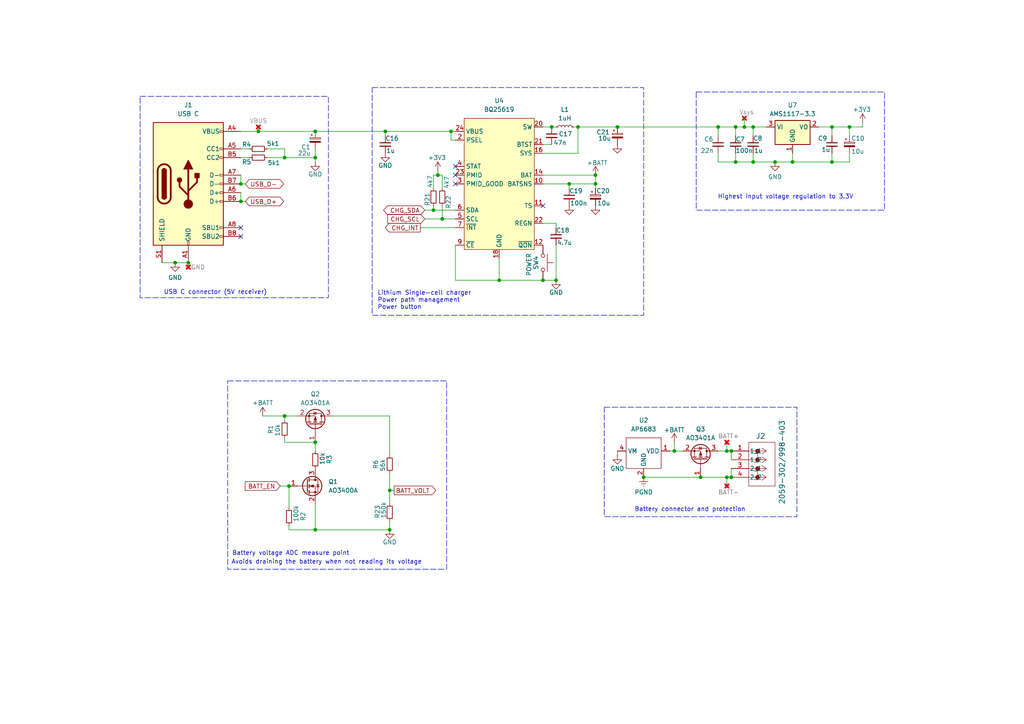
<source format=kicad_sch>
(kicad_sch (version 20250114) (generator "eeschema") (generator_version "9.0")
  (paper "A4")
  (title_block (title "Leany - Power management") (date "2026-02-19") (rev "0.4") (comment 1 "CERN Open Hardware Licence Version 2 - Permissive") (comment 2 "Copyright (c) 2026 Gilles Henrard"))
  (lib_symbols
    (symbol "Connector:TestPoint_Small" (pin_numbers (hide yes)) (pin_names (offset 0.762) (hide yes))
      (property "Reference" "TP" (at 0 3.81 0))
      (property "Value" "TestPoint_Small" (at 0 2.032 0))
      (symbol "TestPoint_Small_0_1"
        (circle (center 0 0) (radius 0.508))
      )
      (symbol "TestPoint_Small_1_1"
        (pin passive line (at 0 0 90) (length 0) (name "1") (number "1"))
      )
    )
    (symbol "Device:C_Polarized_Small" (pin_numbers (hide yes)) (pin_names (offset 0.254) (hide yes))
      (property "Reference" "C" (at 0.254 1.778 0))
      (property "Value" "C_Polarized_Small" (at 0.254 -2.032 0))
      (symbol "C_Polarized_Small_0_1"
        (rectangle (start -1.524 0.6858) (end 1.524 0.3048))
        (rectangle (start -1.524 -0.3048) (end 1.524 -0.6858) (fill (type outline)))
        (polyline (pts (xy -1.27 1.524) (xy -0.762 1.524)))
        (polyline (pts (xy -1.016 1.27) (xy -1.016 1.778)))
      )
      (symbol "C_Polarized_Small_1_1"
        (pin passive line (at 0 2.54 270) (length 1.8542) (name "~") (number "1"))
        (pin passive line (at 0 -2.54 90) (length 1.8542) (name "~") (number "2"))
      )
    )
    (symbol "Device:C_Small" (pin_numbers (hide yes)) (pin_names (offset 0.254) (hide yes))
      (property "Reference" "C" (at 0.254 1.778 0))
      (property "Value" "C_Small" (at 0.254 -2.032 0))
      (symbol "C_Small_0_1"
        (polyline (pts (xy -1.524 0.508) (xy 1.524 0.508)) (stroke (width 0.3048)))
        (polyline (pts (xy -1.524 -0.508) (xy 1.524 -0.508)) (stroke (width 0.3302)))
      )
      (symbol "C_Small_1_1"
        (pin passive line (at 0 2.54 270) (length 2.032) (name "~") (number "1"))
        (pin passive line (at 0 -2.54 90) (length 2.032) (name "~") (number "2"))
      )
    )
    (symbol "Device:L_Small" (pin_numbers (hide yes)) (pin_names (offset 0.254) (hide yes))
      (property "Reference" "L" (at 0.762 1.016 0))
      (property "Value" "L_Small" (at 0.762 -1.016 0))
      (symbol "L_Small_0_1"
        (arc (start 0 2.032) (mid 0.5058 1.524) (end 0 1.016))
        (arc (start 0 1.016) (mid 0.5058 0.508) (end 0 0))
        (arc (start 0 0) (mid 0.5058 -0.508) (end 0 -1.016))
        (arc (start 0 -1.016) (mid 0.5058 -1.524) (end 0 -2.032))
      )
      (symbol "L_Small_1_1"
        (pin passive line (at 0 2.54 270) (length 0.508) (name "~") (number "1"))
        (pin passive line (at 0 -2.54 90) (length 0.508) (name "~") (number "2"))
      )
    )
    (symbol "Device:R_Small" (pin_numbers (hide yes)) (pin_names (offset 0.254) (hide yes))
      (property "Reference" "R" (at 0 0 90))
      (property "Value" "R_Small" (at 1.778 0 90))
      (symbol "R_Small_0_1"
        (rectangle (start -0.762 1.778) (end 0.762 -1.778) (stroke (width 0.2032)))
      )
      (symbol "R_Small_1_1"
        (pin passive line (at 0 2.54 270) (length 0.762) (name "~") (number "1"))
        (pin passive line (at 0 -2.54 90) (length 0.762) (name "~") (number "2"))
      )
    )
    (symbol "Regulator_Linear:AMS1117-3.3"
      (property "Reference" "U" (at -3.81 3.175 0))
      (property "Value" "AMS1117-3.3" (at 0 3.175 0))
      (symbol "AMS1117-3.3_0_1"
        (rectangle (start -5.08 -5.08) (end 5.08 1.905) (stroke (width 0.254)) (fill (type background)))
      )
      (symbol "AMS1117-3.3_1_1"
        (pin power_in line (at -7.62 0 0) (length 2.54) (name "VI") (number "3"))
        (pin power_in line (at 0 -7.62 90) (length 2.54) (name "GND") (number "1"))
        (pin power_out line (at 7.62 0 180) (length 2.54) (name "VO") (number "2"))
      )
    )
    (symbol "Switch:SW_Push" (pin_numbers (hide yes)) (pin_names (offset 1.016) (hide yes))
      (property "Reference" "SW" (at 1.27 2.54 0))
      (property "Value" "SW_Push" (at 0 -1.524 0))
      (symbol "SW_Push_0_1"
        (circle (center -2.032 0) (radius 0.508))
        (polyline (pts (xy 0 1.27) (xy 0 3.048)))
        (circle (center 2.032 0) (radius 0.508))
        (polyline (pts (xy 2.54 1.27) (xy -2.54 1.27)))
        (pin passive line (at -5.08 0 0) (length 2.54) (name "1") (number "1"))
        (pin passive line (at 5.08 0 180) (length 2.54) (name "2") (number "2"))
      )
    )
    (symbol "Transistor_FET:AO3400A" (pin_names (offset 0) (hide yes))
      (property "Reference" "Q" (at 5.08 1.905 0))
      (property "Value" "AO3400A" (at 5.08 0 0))
      (symbol "AO3400A_0_1"
        (polyline (pts (xy 0.254 1.905) (xy 0.254 -1.905)) (stroke (width 0.254)))
        (polyline (pts (xy 0.254 0) (xy -2.54 0)))
        (polyline (pts (xy 0.762 2.286) (xy 0.762 1.27)) (stroke (width 0.254)))
        (polyline (pts (xy 0.762 0.508) (xy 0.762 -0.508)) (stroke (width 0.254)))
        (polyline (pts (xy 0.762 -1.27) (xy 0.762 -2.286)) (stroke (width 0.254)))
        (polyline (pts (xy 0.762 -1.778) (xy 3.302 -1.778) (xy 3.302 1.778) (xy 0.762 1.778)))
        (polyline (pts (xy 1.016 0) (xy 2.032 0.381) (xy 2.032 -0.381) (xy 1.016 0)) (fill (type outline)))
        (circle (center 1.651 0) (radius 2.794) (stroke (width 0.254)))
        (polyline (pts (xy 2.54 2.54) (xy 2.54 1.778)))
        (circle (center 2.54 1.778) (radius 0.254) (fill (type outline)))
        (circle (center 2.54 -1.778) (radius 0.254) (fill (type outline)))
        (polyline (pts (xy 2.54 -2.54) (xy 2.54 0) (xy 0.762 0)))
        (polyline (pts (xy 2.921 0.381) (xy 3.683 0.381)))
        (polyline (pts (xy 3.302 0.381) (xy 2.921 -0.254) (xy 3.683 -0.254) (xy 3.302 0.381)))
      )
      (symbol "AO3400A_1_1"
        (pin input line (at -5.08 0 0) (length 2.54) (name "G") (number "1"))
        (pin passive line (at 2.54 5.08 270) (length 2.54) (name "D") (number "3"))
        (pin passive line (at 2.54 -5.08 90) (length 2.54) (name "S") (number "2"))
      )
    )
    (symbol "Transistor_FET:AO3401A" (pin_names (hide yes))
      (property "Reference" "Q" (at 5.08 1.905 0))
      (property "Value" "AO3401A" (at 5.08 0 0))
      (symbol "AO3401A_0_1"
        (polyline (pts (xy 0.254 1.905) (xy 0.254 -1.905)) (stroke (width 0.254)))
        (polyline (pts (xy 0.254 0) (xy -2.54 0)))
        (polyline (pts (xy 0.762 2.286) (xy 0.762 1.27)) (stroke (width 0.254)))
        (polyline (pts (xy 0.762 1.778) (xy 3.302 1.778) (xy 3.302 -1.778) (xy 0.762 -1.778)))
        (polyline (pts (xy 0.762 0.508) (xy 0.762 -0.508)) (stroke (width 0.254)))
        (polyline (pts (xy 0.762 -1.27) (xy 0.762 -2.286)) (stroke (width 0.254)))
        (circle (center 1.651 0) (radius 2.794) (stroke (width 0.254)))
        (polyline (pts (xy 2.286 0) (xy 1.27 0.381) (xy 1.27 -0.381) (xy 2.286 0)) (fill (type outline)))
        (polyline (pts (xy 2.54 2.54) (xy 2.54 1.778)))
        (circle (center 2.54 1.778) (radius 0.254) (fill (type outline)))
        (circle (center 2.54 -1.778) (radius 0.254) (fill (type outline)))
        (polyline (pts (xy 2.54 -2.54) (xy 2.54 0) (xy 0.762 0)))
        (polyline (pts (xy 2.794 -0.508) (xy 2.921 -0.381) (xy 3.683 -0.381) (xy 3.81 -0.254)))
        (polyline (pts (xy 3.302 -0.381) (xy 2.921 0.254) (xy 3.683 0.254) (xy 3.302 -0.381)))
      )
      (symbol "AO3401A_1_1"
        (pin input line (at -5.08 0 0) (length 2.54) (name "G") (number "1"))
        (pin passive line (at 2.54 5.08 270) (length 2.54) (name "D") (number "3"))
        (pin passive line (at 2.54 -5.08 90) (length 2.54) (name "S") (number "2"))
      )
    )
    (symbol "leany-symbols:AP6683"
      (property "Reference" "U" (at 0 0 0))
      (property "Value" "AP6683" (at 0 0 0))
      (symbol "AP6683_0_1"
        (rectangle (start -5.08 3.81) (end 5.08 -5.08))
      )
      (symbol "AP6683_1_0"
        (pin passive line (at -7.62 0 0) (length 2.54) (hide yes) (name "PAD") (number "5"))
      )
      (symbol "AP6683_1_1"
        (pin power_out line (at -7.62 0 0) (length 2.54) (name "VM") (number "4"))
        (pin power_out line (at 0 -7.62 90) (length 2.54) (name "GND") (number "2"))
        (pin power_out line (at 0 -7.62 90) (length 2.54) (hide yes) (name "GND") (number "3"))
        (pin power_in line (at 7.62 0 180) (length 2.54) (name "VDD") (number "1"))
      )
    )
    (symbol "leany-symbols:BQ25619"
      (property "Reference" "U" (at 0 23.622 0))
      (property "Value" "BQ25619" (at 0 21.082 0))
      (symbol "BQ25619_1_1"
        (rectangle (start -10.16 19.05) (end 10.16 -19.05) (fill (type background)))
        (pin input line (at -12.7 15.24 0) (length 2.54) (hide yes) (name "VAC") (number "1"))
        (pin power_in line (at -12.7 15.24 0) (length 2.54) (name "VBUS") (number "24"))
        (pin input line (at -12.7 12.7 0) (length 2.54) (name "PSEL") (number "2"))
        (pin open_collector line (at -12.7 5.08 0) (length 2.54) (name "STAT") (number "4"))
        (pin output line (at -12.7 2.54 0) (length 2.54) (name "PMID") (number "23"))
        (pin open_collector line (at -12.7 0 0) (length 2.54) (name "PMID_GOOD") (number "3"))
        (pin bidirectional line (at -12.7 -7.62 0) (length 2.54) (name "SDA") (number "6"))
        (pin input line (at -12.7 -10.16 0) (length 2.54) (name "SCL") (number "5"))
        (pin open_collector line (at -12.7 -12.7 0) (length 2.54) (name "~{INT}") (number "7"))
        (pin input line (at -12.7 -17.78 0) (length 2.54) (name "~{CE}") (number "9"))
        (pin power_in line (at 0 -21.59 90) (length 2.54) (hide yes) (name "GND") (number "17"))
        (pin power_in line (at 0 -21.59 90) (length 2.54) (name "GND") (number "18"))
        (pin power_in line (at 0 -21.59 90) (length 2.54) (hide yes) (name "GND") (number "25"))
        (pin no_connect line (at 2.54 -21.59 90) (length 2.54) (hide yes) (name "NC") (number "8"))
        (pin power_out line (at 12.7 16.51 180) (length 2.54) (hide yes) (name "SW") (number "19"))
        (pin power_out line (at 12.7 16.51 180) (length 2.54) (name "SW") (number "20"))
        (pin power_out line (at 12.7 11.43 180) (length 2.54) (name "BTST") (number "21"))
        (pin power_out line (at 12.7 8.89 180) (length 2.54) (hide yes) (name "SYS") (number "15"))
        (pin passive line (at 12.7 8.89 180) (length 2.54) (name "SYS") (number "16"))
        (pin power_out line (at 12.7 2.54 180) (length 2.54) (hide yes) (name "BAT") (number "13"))
        (pin power_out line (at 12.7 2.54 180) (length 2.54) (name "BAT") (number "14"))
        (pin power_in line (at 12.7 0 180) (length 2.54) (name "BATSNS") (number "10"))
        (pin input line (at 12.7 -6.35 180) (length 2.54) (name "TS") (number "11"))
        (pin power_out line (at 12.7 -11.43 180) (length 2.54) (name "REGN") (number "22"))
        (pin input line (at 12.7 -17.78 180) (length 2.54) (name "~{QON}") (number "12"))
      )
    )
    (symbol "leany-symbols:USB_C_Receptacle_USB2.0_16P" (pin_names (offset 1.016))
      (property "Reference" "J3" (at 0 22.86 0))
      (property "Value" "USB C" (at 0 20.32 0))
      (symbol "USB_C_Receptacle_USB2.0_16P_0_0"
        (rectangle (start -0.254 -17.78) (end 0.254 -16.764))
        (rectangle (start 10.16 15.494) (end 9.144 14.986))
        (rectangle (start 10.16 10.414) (end 9.144 9.906))
        (rectangle (start 10.16 7.874) (end 9.144 7.366))
        (rectangle (start 10.16 2.794) (end 9.144 2.286))
        (rectangle (start 10.16 0.254) (end 9.144 -0.254))
        (rectangle (start 10.16 -2.286) (end 9.144 -2.794))
        (rectangle (start 10.16 -4.826) (end 9.144 -5.334))
        (rectangle (start 10.16 -12.446) (end 9.144 -12.954))
        (rectangle (start 10.16 -14.986) (end 9.144 -15.494))
      )
      (symbol "USB_C_Receptacle_USB2.0_16P_0_1"
        (rectangle (start -10.16 17.78) (end 10.16 -17.78) (stroke (width 0.254)) (fill (type background)))
        (polyline (pts (xy -8.89 -3.81) (xy -8.89 3.81)) (stroke (width 0.508)))
        (rectangle (start -7.62 -3.81) (end -6.35 3.81) (stroke (width 0.254)) (fill (type outline)))
        (arc (start -7.62 3.81) (mid -6.985 4.4423) (end -6.35 3.81) (stroke (width 0.254)))
        (arc (start -7.62 3.81) (mid -6.985 4.4423) (end -6.35 3.81) (stroke (width 0.254)) (fill (type outline)))
        (arc (start -8.89 3.81) (mid -6.985 5.7067) (end -5.08 3.81) (stroke (width 0.508)))
        (arc (start -5.08 -3.81) (mid -6.985 -5.7067) (end -8.89 -3.81) (stroke (width 0.508)))
        (arc (start -6.35 -3.81) (mid -6.985 -4.4423) (end -7.62 -3.81) (stroke (width 0.254)))
        (arc (start -6.35 -3.81) (mid -6.985 -4.4423) (end -7.62 -3.81) (stroke (width 0.254)) (fill (type outline)))
        (polyline (pts (xy -5.08 3.81) (xy -5.08 -3.81)) (stroke (width 0.508)))
        (circle (center -2.54 1.143) (radius 0.635) (stroke (width 0.254)) (fill (type outline)))
        (polyline (pts (xy -1.27 4.318) (xy 0 6.858) (xy 1.27 4.318) (xy -1.27 4.318)) (stroke (width 0.254)) (fill (type outline)))
        (polyline (pts (xy 0 -2.032) (xy 2.54 0.508) (xy 2.54 1.778)) (stroke (width 0.508)))
        (polyline (pts (xy 0 -3.302) (xy -2.54 -0.762) (xy -2.54 0.508)) (stroke (width 0.508)))
        (polyline (pts (xy 0 -5.842) (xy 0 4.318)) (stroke (width 0.508)))
        (circle (center 0 -5.842) (radius 1.27) (fill (type outline)))
        (rectangle (start 1.905 1.778) (end 3.175 3.048) (stroke (width 0.254)) (fill (type outline)))
      )
      (symbol "USB_C_Receptacle_USB2.0_16P_1_1"
        (pin passive line (at -7.62 -22.86 90) (length 5.08) (name "SHIELD") (number "S1"))
        (pin passive line (at 0 -22.86 90) (length 5.08) (name "GND") (number "A1"))
        (pin passive line (at 0 -22.86 90) (length 5.08) (hide yes) (name "GND") (number "A12"))
        (pin passive line (at 0 -22.86 90) (length 5.08) (hide yes) (name "GND") (number "B1"))
        (pin passive line (at 0 -22.86 90) (length 5.08) (hide yes) (name "GND") (number "B12"))
        (pin power_out line (at 15.24 15.24 180) (length 5.08) (name "VBUS") (number "A4"))
        (pin passive line (at 15.24 15.24 180) (length 5.08) (hide yes) (name "VBUS") (number "A9"))
        (pin passive line (at 15.24 15.24 180) (length 5.08) (hide yes) (name "VBUS") (number "B4"))
        (pin passive line (at 15.24 15.24 180) (length 5.08) (hide yes) (name "VBUS") (number "B9"))
        (pin bidirectional line (at 15.24 10.16 180) (length 5.08) (name "CC1") (number "A5"))
        (pin bidirectional line (at 15.24 7.62 180) (length 5.08) (name "CC2") (number "B5"))
        (pin bidirectional line (at 15.24 2.54 180) (length 5.08) (name "D-") (number "A7"))
        (pin bidirectional line (at 15.24 0 180) (length 5.08) (name "D-") (number "B7"))
        (pin bidirectional line (at 15.24 -2.54 180) (length 5.08) (name "D+") (number "A6"))
        (pin bidirectional line (at 15.24 -5.08 180) (length 5.08) (name "D+") (number "B6"))
        (pin bidirectional line (at 15.24 -12.7 180) (length 5.08) (name "SBU1") (number "A8"))
        (pin bidirectional line (at 15.24 -15.24 180) (length 5.08) (name "SBU2") (number "B8"))
      )
    )
    (symbol "leany-symbols:wago_2059-302_998-403" (pin_names (offset 0.254))
      (property "Reference" "J" (at 8.89 6.35 0))
      (property "Value" "2059-302/998-403" (at 0 0 0))
      (symbol "wago_2059-302_998-403_1_1"
        (polyline (pts (xy 5.08 2.54) (xy 5.08 -10.16)) (stroke (width 0.127)))
        (polyline (pts (xy 5.08 -10.16) (xy 12.7 -10.16)) (stroke (width 0.127)))
        (polyline (pts (xy 7.62 0) (xy 7.62 -2.54)) (stroke (width 0.127)))
        (circle (center 7.62 0) (radius 0.127) (stroke (width 0.508)))
        (circle (center 7.62 -2.54) (radius 0.127) (stroke (width 0.508)))
        (polyline (pts (xy 7.62 -5.08) (xy 7.62 -7.62)) (stroke (width 0.127)))
        (circle (center 7.62 -5.08) (radius 0.127) (stroke (width 0.508)))
        (circle (center 7.62 -7.62) (radius 0.127) (stroke (width 0.508)))
        (polyline (pts (xy 10.16 0) (xy 5.08 0)) (stroke (width 0.127)))
        (polyline (pts (xy 10.16 0) (xy 8.89 0.8467)) (stroke (width 0.127)))
        (polyline (pts (xy 10.16 0) (xy 8.89 -0.8467)) (stroke (width 0.127)))
        (polyline (pts (xy 10.16 -2.54) (xy 5.08 -2.54)) (stroke (width 0.127)))
        (polyline (pts (xy 10.16 -2.54) (xy 8.89 -1.6933)) (stroke (width 0.127)))
        (polyline (pts (xy 10.16 -2.54) (xy 8.89 -3.3867)) (stroke (width 0.127)))
        (polyline (pts (xy 10.16 -5.08) (xy 5.08 -5.08)) (stroke (width 0.127)))
        (polyline (pts (xy 10.16 -5.08) (xy 8.89 -4.2333)) (stroke (width 0.127)))
        (polyline (pts (xy 10.16 -5.08) (xy 8.89 -5.9267)) (stroke (width 0.127)))
        (polyline (pts (xy 10.16 -7.62) (xy 5.08 -7.62)) (stroke (width 0.127)))
        (polyline (pts (xy 10.16 -7.62) (xy 8.89 -6.7733)) (stroke (width 0.127)))
        (polyline (pts (xy 10.16 -7.62) (xy 8.89 -8.4667)) (stroke (width 0.127)))
        (polyline (pts (xy 12.7 2.54) (xy 5.08 2.54)) (stroke (width 0.127)))
        (polyline (pts (xy 12.7 -10.16) (xy 12.7 2.54)) (stroke (width 0.127)))
        (pin passive line (at 0 0 0) (length 5.08) (name "1_1") (number "1"))
        (pin passive line (at 0 -2.54 0) (length 5.08) (name "1_2") (number "2"))
        (pin passive line (at 0 -5.08 0) (length 5.08) (name "2_1") (number "3"))
        (pin passive line (at 0 -7.62 0) (length 5.08) (name "2_2") (number "4"))
      )
      (symbol "wago_2059-302_998-403_1_2"
        (polyline (pts (xy 5.08 2.54) (xy 5.08 -10.16)) (stroke (width 0.127)))
        (polyline (pts (xy 5.08 -10.16) (xy 12.7 -10.16)) (stroke (width 0.127)))
        (polyline (pts (xy 7.62 0) (xy 7.62 -2.54)) (stroke (width 0.127)))
        (circle (center 7.62 0) (radius 0.127) (stroke (width 0.508)))
        (circle (center 7.62 -2.54) (radius 0.127) (stroke (width 0.508)))
        (polyline (pts (xy 7.62 -5.08) (xy 7.62 -7.62)) (stroke (width 0.127)))
        (circle (center 7.62 -5.08) (radius 0.127) (stroke (width 0.508)))
        (circle (center 7.62 -7.62) (radius 0.127) (stroke (width 0.508)))
        (polyline (pts (xy 10.16 0) (xy 5.08 0)) (stroke (width 0.127)))
        (polyline (pts (xy 10.16 0) (xy 8.89 0.8467)) (stroke (width 0.127)))
        (polyline (pts (xy 10.16 0) (xy 8.89 -0.8467)) (stroke (width 0.127)))
        (polyline (pts (xy 10.16 -2.54) (xy 5.08 -2.54)) (stroke (width 0.127)))
        (polyline (pts (xy 10.16 -2.54) (xy 8.89 -1.6933)) (stroke (width 0.127)))
        (polyline (pts (xy 10.16 -2.54) (xy 8.89 -3.3867)) (stroke (width 0.127)))
        (polyline (pts (xy 10.16 -5.08) (xy 5.08 -5.08)) (stroke (width 0.127)))
        (polyline (pts (xy 10.16 -5.08) (xy 8.89 -4.2333)) (stroke (width 0.127)))
        (polyline (pts (xy 10.16 -5.08) (xy 8.89 -5.9267)) (stroke (width 0.127)))
        (polyline (pts (xy 10.16 -7.62) (xy 5.08 -7.62)) (stroke (width 0.127)))
        (polyline (pts (xy 10.16 -7.62) (xy 8.89 -6.7733)) (stroke (width 0.127)))
        (polyline (pts (xy 10.16 -7.62) (xy 8.89 -8.4667)) (stroke (width 0.127)))
        (polyline (pts (xy 12.7 2.54) (xy 5.08 2.54)) (stroke (width 0.127)))
        (polyline (pts (xy 12.7 -10.16) (xy 12.7 2.54)) (stroke (width 0.127)))
        (pin passive line (at 0 0 0) (length 5.08) (name "1_1") (number "1"))
        (pin passive line (at 0 -2.54 0) (length 5.08) (name "1_2") (number "2"))
        (pin passive line (at 0 -5.08 0) (length 5.08) (name "2_1") (number "3"))
        (pin passive line (at 0 -7.62 0) (length 5.08) (name "2_2") (number "4"))
      )
    )
    (symbol "power:+3V3" (power) (pin_numbers (hide yes)) (pin_names (offset 0) (hide yes))
      (property "Value" "+3V3" (at 0 3.556 0))
      (symbol "+3V3_0_1"
        (polyline (pts (xy -0.762 1.27) (xy 0 2.54)))
        (polyline (pts (xy 0 2.54) (xy 0.762 1.27)))
        (polyline (pts (xy 0 0) (xy 0 2.54)))
      )
      (symbol "+3V3_1_1"
        (pin power_in line (at 0 0 90) (length 0) (name "~") (number "1"))
      )
    )
    (symbol "power:+BATT" (power) (pin_numbers (hide yes)) (pin_names (offset 0) (hide yes))
      (property "Value" "+BATT" (at 0 3.556 0))
      (symbol "+BATT_0_1"
        (polyline (pts (xy -0.762 1.27) (xy 0 2.54)))
        (polyline (pts (xy 0 2.54) (xy 0.762 1.27)))
        (polyline (pts (xy 0 0) (xy 0 2.54)))
      )
      (symbol "+BATT_1_1"
        (pin power_in line (at 0 0 90) (length 0) (name "~") (number "1"))
      )
    )
    (symbol "power:GND" (power) (pin_numbers (hide yes)) (pin_names (offset 0) (hide yes))
      (property "Value" "GND" (at 0 -3.81 0))
      (symbol "GND_0_1"
        (polyline (pts (xy 0 0) (xy 0 -1.27) (xy 1.27 -1.27) (xy 0 -2.54) (xy -1.27 -1.27) (xy 0 -1.27)))
      )
      (symbol "GND_1_1"
        (pin power_in line (at 0 0 270) (length 0) (name "~") (number "1"))
      )
    )
    (symbol "power:GNDREF" (power) (pin_numbers (hide yes)) (pin_names (offset 0) (hide yes))
      (property "Value" "GNDREF" (at 0 -3.81 0))
      (symbol "GNDREF_0_1"
        (polyline (pts (xy -0.635 -1.905) (xy 0.635 -1.905)))
        (polyline (pts (xy -0.127 -2.54) (xy 0.127 -2.54)))
        (polyline (pts (xy 0 -1.27) (xy 0 0)))
        (polyline (pts (xy 1.27 -1.27) (xy -1.27 -1.27)))
      )
      (symbol "GNDREF_1_1"
        (pin power_in line (at 0 0 270) (length 0) (name "~") (number "1"))
      )
    )
  )
  (rectangle (start 201.93 26.67) (end 256.54 60.96) (stroke (width 0) (type dash)))
  (rectangle (start 175.26 118.11) (end 231.14 149.86) (stroke (width 0) (type dash)))
  (rectangle (start 107.95 25.4) (end 186.69 91.44) (stroke (width 0) (type dash)))
  (rectangle (start 66.04 110.49) (end 129.54 165.1) (stroke (width 0) (type dash)))
  (rectangle (start 40.64 27.94) (end 95.25 86.36) (stroke (width 0) (type dash)))
  (text "Battery connector and protection" (at 200.152 147.828 0) (effects (font (size 1.27 1.27))))
  (text "USB C connector (5V receiver)" (at 62.484 84.836 0) (effects (font (size 1.27 1.27))))
  (text "Lithium Single-cell charger\nPower path management\nPower button" (at 109.474 87.122 0) (effects (font (size 1.27 1.27)) (justify left)))
  (text "Battery voltage ADC measure point" (at 84.328 160.528 0) (effects (font (size 1.27 1.27))))
  (text "Highest input voltage regulation to 3.3V" (at 227.838 57.15 0) (effects (font (size 1.27 1.27))))
  (text "Avoids draining the battery when not reading its voltage" (at 94.742 163.068 0) (effects (font (size 1.27 1.27))))
  (junction (at 74.93 38.1))
  (junction (at 215.9 36.83))
  (junction (at 111.76 38.1))
  (junction (at 172.72 50.8))
  (junction (at 167.64 36.83))
  (junction (at 218.44 36.83))
  (junction (at 218.44 46.99))
  (junction (at 125.73 60.96))
  (junction (at 82.55 120.65))
  (junction (at 113.03 153.67))
  (junction (at 144.78 81.28))
  (junction (at 83.82 140.97))
  (junction (at 50.8 76.2))
  (junction (at 91.44 153.67))
  (junction (at 213.36 36.83))
  (junction (at 210.82 130.81))
  (junction (at 246.38 36.83))
  (junction (at 212.09 138.43))
  (junction (at 195.58 130.81))
  (junction (at 224.79 46.99))
  (junction (at 130.81 38.1))
  (junction (at 186.69 138.43))
  (junction (at 54.61 76.2))
  (junction (at 161.29 81.28))
  (junction (at 229.87 46.99))
  (junction (at 172.72 53.34))
  (junction (at 127 50.8))
  (junction (at 208.28 36.83))
  (junction (at 69.85 53.34))
  (junction (at 210.82 138.43))
  (junction (at 157.48 81.28))
  (junction (at 241.3 46.99))
  (junction (at 91.44 128.27))
  (junction (at 91.44 45.72))
  (junction (at 91.44 38.1))
  (junction (at 113.03 142.24))
  (junction (at 128.27 63.5))
  (junction (at 160.02 36.83))
  (junction (at 82.55 45.72))
  (junction (at 203.2 138.43))
  (junction (at 165.1 53.34))
  (junction (at 69.85 58.42))
  (junction (at 213.36 46.99))
  (junction (at 241.3 36.83))
  (junction (at 212.09 130.81))
  (junction (at 179.07 36.83))
  (no_connect (at 157.48 59.69))
  (no_connect (at 132.08 50.8))
  (no_connect (at 69.85 68.58))
  (no_connect (at 132.08 48.26))
  (no_connect (at 69.85 66.04))
  (no_connect (at 132.08 53.34))
  (wire (pts (xy 82.55 128.27) (xy 91.44 128.27)))
  (wire (pts (xy 213.36 44.45) (xy 213.36 46.99)))
  (wire (pts (xy 208.28 36.83) (xy 208.28 39.37)))
  (wire (pts (xy 130.81 38.1) (xy 132.08 38.1)))
  (wire (pts (xy 213.36 36.83) (xy 213.36 39.37)))
  (wire (pts (xy 186.69 138.43) (xy 203.2 138.43)))
  (wire (pts (xy 212.09 130.81) (xy 212.09 133.35)))
  (wire (pts (xy 54.61 76.2) (xy 50.8 76.2)))
  (wire (pts (xy 160.02 36.83) (xy 161.29 36.83)))
  (wire (pts (xy 82.55 120.65) (xy 82.55 121.92)))
  (wire (pts (xy 210.82 128.27) (xy 210.82 130.81)))
  (wire (pts (xy 74.93 36.83) (xy 74.93 38.1)))
  (wire (pts (xy 69.85 58.42) (xy 71.12 58.42)))
  (wire (pts (xy 208.28 46.99) (xy 213.36 46.99)))
  (wire (pts (xy 172.72 53.34) (xy 172.72 54.61)))
  (wire (pts (xy 113.03 151.13) (xy 113.03 153.67)))
  (wire (pts (xy 208.28 36.83) (xy 213.36 36.83)))
  (wire (pts (xy 91.44 153.67) (xy 113.03 153.67)))
  (wire (pts (xy 195.58 130.81) (xy 198.12 130.81)))
  (wire (pts (xy 144.78 74.93) (xy 144.78 81.28)))
  (wire (pts (xy 69.85 45.72) (xy 72.39 45.72)))
  (wire (pts (xy 218.44 36.83) (xy 218.44 39.37)))
  (wire (pts (xy 144.78 81.28) (xy 157.48 81.28)))
  (wire (pts (xy 167.64 36.83) (xy 179.07 36.83)))
  (wire (pts (xy 210.82 138.43) (xy 212.09 138.43)))
  (wire (pts (xy 241.3 44.45) (xy 241.3 46.99)))
  (wire (pts (xy 166.37 36.83) (xy 167.64 36.83)))
  (wire (pts (xy 77.47 45.72) (xy 82.55 45.72)))
  (wire (pts (xy 157.48 41.91) (xy 160.02 41.91)))
  (wire (pts (xy 127 50.8) (xy 128.27 50.8)))
  (wire (pts (xy 179.07 132.08) (xy 179.07 130.81)))
  (wire (pts (xy 132.08 40.64) (xy 130.81 40.64)))
  (wire (pts (xy 246.38 36.83) (xy 250.19 36.83)))
  (wire (pts (xy 125.73 50.8) (xy 127 50.8)))
  (wire (pts (xy 215.9 34.29) (xy 215.9 36.83)))
  (wire (pts (xy 69.85 55.88) (xy 69.85 58.42)))
  (wire (pts (xy 132.08 81.28) (xy 144.78 81.28)))
  (wire (pts (xy 82.55 45.72) (xy 91.44 45.72)))
  (wire (pts (xy 91.44 146.05) (xy 91.44 153.67)))
  (wire (pts (xy 203.2 138.43) (xy 210.82 138.43)))
  (wire (pts (xy 69.85 38.1) (xy 74.93 38.1)))
  (wire (pts (xy 113.03 142.24) (xy 114.3 142.24)))
  (wire (pts (xy 195.58 128.27) (xy 195.58 130.81)))
  (wire (pts (xy 208.28 130.81) (xy 210.82 130.81)))
  (wire (pts (xy 83.82 152.4) (xy 83.82 153.67)))
  (wire (pts (xy 246.38 36.83) (xy 246.38 39.37)))
  (wire (pts (xy 111.76 38.1) (xy 130.81 38.1)))
  (wire (pts (xy 194.31 130.81) (xy 195.58 130.81)))
  (wire (pts (xy 82.55 120.65) (xy 86.36 120.65)))
  (wire (pts (xy 91.44 46.99) (xy 91.44 45.72)))
  (wire (pts (xy 241.3 36.83) (xy 241.3 39.37)))
  (wire (pts (xy 111.76 39.37) (xy 111.76 38.1)))
  (wire (pts (xy 113.03 137.16) (xy 113.03 142.24)))
  (wire (pts (xy 165.1 53.34) (xy 165.1 54.61)))
  (wire (pts (xy 54.61 76.2) (xy 54.61 77.47)))
  (wire (pts (xy 77.47 43.18) (xy 82.55 43.18)))
  (wire (pts (xy 125.73 59.69) (xy 125.73 60.96)))
  (wire (pts (xy 69.85 53.34) (xy 71.12 53.34)))
  (wire (pts (xy 74.93 38.1) (xy 91.44 38.1)))
  (wire (pts (xy 121.92 66.04) (xy 132.08 66.04)))
  (wire (pts (xy 82.55 127) (xy 82.55 128.27)))
  (wire (pts (xy 91.44 128.27) (xy 91.44 130.81)))
  (wire (pts (xy 179.07 36.83) (xy 208.28 36.83)))
  (wire (pts (xy 127 49.53) (xy 127 50.8)))
  (wire (pts (xy 229.87 44.45) (xy 229.87 46.99)))
  (wire (pts (xy 167.64 44.45) (xy 167.64 36.83)))
  (wire (pts (xy 82.55 45.72) (xy 82.55 43.18)))
  (wire (pts (xy 157.48 81.28) (xy 161.29 81.28)))
  (wire (pts (xy 69.85 43.18) (xy 72.39 43.18)))
  (wire (pts (xy 123.19 63.5) (xy 128.27 63.5)))
  (wire (pts (xy 213.36 36.83) (xy 215.9 36.83)))
  (wire (pts (xy 128.27 50.8) (xy 128.27 54.61)))
  (wire (pts (xy 241.3 46.99) (xy 229.87 46.99)))
  (wire (pts (xy 208.28 44.45) (xy 208.28 46.99)))
  (wire (pts (xy 91.44 45.72) (xy 91.44 43.18)))
  (wire (pts (xy 246.38 46.99) (xy 241.3 46.99)))
  (wire (pts (xy 157.48 50.8) (xy 172.72 50.8)))
  (wire (pts (xy 161.29 66.04) (xy 161.29 64.77)))
  (wire (pts (xy 81.28 140.97) (xy 83.82 140.97)))
  (wire (pts (xy 212.09 135.89) (xy 212.09 138.43)))
  (wire (pts (xy 83.82 140.97) (xy 83.82 147.32)))
  (wire (pts (xy 123.19 60.96) (xy 125.73 60.96)))
  (wire (pts (xy 213.36 46.99) (xy 218.44 46.99)))
  (wire (pts (xy 125.73 54.61) (xy 125.73 50.8)))
  (wire (pts (xy 125.73 60.96) (xy 132.08 60.96)))
  (wire (pts (xy 157.48 53.34) (xy 165.1 53.34)))
  (wire (pts (xy 161.29 71.12) (xy 161.29 81.28)))
  (wire (pts (xy 157.48 36.83) (xy 160.02 36.83)))
  (wire (pts (xy 132.08 71.12) (xy 132.08 81.28)))
  (wire (pts (xy 218.44 36.83) (xy 222.25 36.83)))
  (wire (pts (xy 237.49 36.83) (xy 241.3 36.83)))
  (wire (pts (xy 224.79 46.99) (xy 229.87 46.99)))
  (wire (pts (xy 46.99 76.2) (xy 50.8 76.2)))
  (wire (pts (xy 76.2 120.65) (xy 82.55 120.65)))
  (wire (pts (xy 157.48 44.45) (xy 167.64 44.45)))
  (wire (pts (xy 157.48 64.77) (xy 161.29 64.77)))
  (wire (pts (xy 83.82 153.67) (xy 91.44 153.67)))
  (wire (pts (xy 210.82 138.43) (xy 210.82 140.97)))
  (wire (pts (xy 172.72 53.34) (xy 172.72 50.8)))
  (wire (pts (xy 96.52 120.65) (xy 113.03 120.65)))
  (wire (pts (xy 130.81 40.64) (xy 130.81 38.1)))
  (wire (pts (xy 113.03 142.24) (xy 113.03 146.05)))
  (wire (pts (xy 69.85 53.34) (xy 69.85 50.8)))
  (wire (pts (xy 210.82 130.81) (xy 212.09 130.81)))
  (wire (pts (xy 218.44 44.45) (xy 218.44 46.99)))
  (wire (pts (xy 241.3 36.83) (xy 246.38 36.83)))
  (wire (pts (xy 91.44 38.1) (xy 111.76 38.1)))
  (wire (pts (xy 246.38 44.45) (xy 246.38 46.99)))
  (wire (pts (xy 250.19 35.56) (xy 250.19 36.83)))
  (wire (pts (xy 215.9 36.83) (xy 218.44 36.83)))
  (wire (pts (xy 128.27 59.69) (xy 128.27 63.5)))
  (wire (pts (xy 113.03 120.65) (xy 113.03 132.08)))
  (wire (pts (xy 128.27 63.5) (xy 132.08 63.5)))
  (wire (pts (xy 165.1 53.34) (xy 172.72 53.34)))
  (wire (pts (xy 218.44 46.99) (xy 224.79 46.99)))
  (global_label "BATT_VOLT" (shape output) (at 114.3 142.24 0) (property "Intersheetrefs" "${INTERSHEET_REFS}" (effects (hide yes))))
  (global_label "CHG_INT" (shape output) (at 121.92 66.04 180) (property "Intersheetrefs" "${INTERSHEET_REFS}" (effects (hide yes))))
  (global_label "USB_D-" (shape bidirectional) (at 71.12 53.34 0) (property "Intersheetrefs" "${INTERSHEET_REFS}" (effects (hide yes))))
  (global_label "CHG_SCL" (shape input) (at 123.19 63.5 180) (property "Intersheetrefs" "${INTERSHEET_REFS}" (effects (hide yes))))
  (global_label "USB_D+" (shape bidirectional) (at 71.12 58.42 0) (property "Intersheetrefs" "${INTERSHEET_REFS}" (effects (hide yes))))
  (global_label "CHG_SDA" (shape bidirectional) (at 123.19 60.96 180) (property "Intersheetrefs" "${INTERSHEET_REFS}" (effects (hide yes))))
  (global_label "BATT_EN" (shape input) (at 81.28 140.97 180) (property "Intersheetrefs" "${INTERSHEET_REFS}" (effects (hide yes))))
  (symbol (lib_id "leany-symbols:wago_2059-302_998-403") (at 212.09 130.81 0) (unit 1)
    (property "Reference" "J2" (at 219.202 126.492 0) (effects (font (size 1.524 1.524)) (justify left)))
    (property "Value" "2059-302/998-403" (at 226.822 146.304 90) (effects (font (size 1.524 1.524)) (justify left)))
    (property "Footprint" "leany_footprints:wago_2059-302_998-403" (effects (hide yes)))
    (property "Datasheet" "https://www.wago.com/medias/Band-2-2023-Technischer-Anhang-EN-en.pdf?context=bWFzdGVyfGRvd25sb2Fkc3wyMDc1OTE4fGFwcGxpY2F0aW9uL3BkZnxhRGRtTDJoaFlTOHhORE0yTVRNME5UVTFOalV4TUM5Q1lXNWtJREpmTWpBeU0xOVVaV05vYm1selkyaGxjaUJCYm1oaGJtZGZSVTVmWlc0dWNHUm18MjBkZDkzNzE1NjgyY2RmNzMxODQwZjc1ZjIyNzQ3MzExNGIyNDRkNzJlNTExODc5MmRjMzRjN2M1YmE1NGFhZQ&attachment=true" (effects (hide yes)))
    (property "LCSC" "C2765060" (effects (hide yes)))
  )
  (symbol (lib_id "power:GND") (at 91.44 46.99 0) (unit 1)
    (property "Reference" "#PWR0110" (effects (hide yes)))
    (property "Value" "GND" (at 91.44 50.546 0))
    (property "Description" "Power symbol creates a global label with name \"GND\" , ground" (effects (hide yes)))
  )
  (symbol (lib_id "power:GND") (at 224.79 46.99 0) (unit 1)
    (property "Reference" "#PWR0114" (effects (hide yes)))
    (property "Value" "GND" (at 224.79 51.308 0))
    (property "Description" "Power symbol creates a global label with name \"GND\" , ground" (effects (hide yes)))
  )
  (symbol (lib_id "power:GND") (at 172.72 59.69 0) (unit 1)
    (property "Reference" "#PWR035" (effects (hide yes)))
    (property "Value" "GND" (effects (hide yes)))
    (property "Description" "Power symbol creates a global label with name \"GND\" , ground" (effects (hide yes)))
  )
  (symbol (lib_id "Device:L_Small") (at 163.83 36.83 90) (unit 1)
    (property "Reference" "L1" (at 163.83 31.75 90))
    (property "Value" "1uH" (at 163.83 34.29 90))
    (property "Footprint" "Inductor_SMD:L_1008_2520Metric" (effects (hide yes)))
    (property "Description" "Inductor, small symbol" (effects (hide yes)))
    (property "LCSC" "C98345" (effects (hide yes)))
  )
  (symbol (lib_id "power:GND") (at 165.1 59.69 0) (unit 1)
    (property "Reference" "#PWR033" (effects (hide yes)))
    (property "Value" "GND" (effects (hide yes)))
    (property "Description" "Power symbol creates a global label with name \"GND\" , ground" (effects (hide yes)))
  )
  (symbol (lib_id "power:+BATT") (at 195.58 128.27 0) (unit 1)
    (property "Reference" "#PWR0107" (effects (hide yes)))
    (property "Value" "+BATT" (at 192.532 124.714 0) (effects (justify left)))
    (property "Description" "Power symbol creates a global label with name \"+BATT\"" (effects (hide yes)))
  )
  (symbol (lib_id "power:+BATT") (at 172.72 50.8 0) (mirror y) (unit 1)
    (property "Reference" "#PWR034" (effects (hide yes)))
    (property "Value" "+BATT" (at 173.228 47.244 0))
    (property "Description" "Power symbol creates a global label with name \"+BATT\"" (effects (hide yes)))
  )
  (symbol (lib_id "Device:C_Small") (at 160.02 39.37 0) (unit 1)
    (property "Reference" "C17" (at 162.052 38.862 0) (effects (justify left)))
    (property "Value" "47n" (at 160.528 41.402 0) (effects (justify left)))
    (property "Footprint" "Capacitor_SMD:C_0603_1608Metric" (effects (hide yes)))
    (property "Description" "Unpolarized capacitor, small symbol" (effects (hide yes)))
    (property "LCSC" "C1622" (effects (hide yes)))
  )
  (symbol (lib_id "power:+3V3") (at 250.19 35.56 0) (unit 1)
    (property "Reference" "#PWR0113" (effects (hide yes)))
    (property "Value" "+3V3" (at 249.936 31.75 0))
    (property "Description" "Power symbol creates a global label with name \"+3V3\"" (effects (hide yes)))
  )
  (symbol (lib_id "Device:R_Small") (at 74.93 43.18 90) (unit 1)
    (property "Reference" "R4" (at 72.898 41.91 90) (effects (justify left)))
    (property "Value" "5k1" (at 81.026 41.656 90) (effects (justify left)))
    (property "Footprint" "leany_footprints:R_0402_1005Metric" (effects (hide yes)))
    (property "Description" "Resistor, small symbol" (effects (hide yes)))
    (property "LCSC" "C25905" (effects (hide yes)))
  )
  (symbol (lib_id "Device:R_Small") (at 125.73 57.15 180) (unit 1)
    (property "Reference" "R21" (at 123.952 55.88 90) (effects (justify left)))
    (property "Value" "4k7" (at 124.714 50.8 90) (effects (justify left)))
    (property "Footprint" "leany_footprints:R_0402_1005Metric" (effects (hide yes)))
    (property "Description" "Resistor, small symbol" (effects (hide yes)))
    (property "LCSC" "C25900" (effects (hide yes)))
  )
  (symbol (lib_id "Device:C_Small") (at 213.36 41.91 0) (unit 1)
    (property "Reference" "C7" (at 213.36 40.386 0) (effects (justify left)))
    (property "Value" "100n" (at 213.36 43.688 0) (effects (justify left)))
    (property "Footprint" "leany_footprints:C_0402_1005Metric" (effects (hide yes)))
    (property "Description" "Unpolarized capacitor, small symbol" (effects (hide yes)))
    (property "LCSC" "C1525" (effects (hide yes)))
  )
  (symbol (lib_id "power:+BATT") (at 76.2 120.65 0) (unit 1)
    (property "Reference" "#PWR0116" (effects (hide yes)))
    (property "Value" "+BATT" (at 76.2 116.84 0))
    (property "Description" "Power symbol creates a global label with name \"+BATT\"" (effects (hide yes)))
  )
  (symbol (lib_id "Device:R_Small") (at 83.82 149.86 0) (unit 1)
    (property "Reference" "R2" (at 87.884 151.13 90) (effects (justify left)))
    (property "Value" "100k" (at 85.852 151.384 90) (effects (justify left)))
    (property "Footprint" "leany_footprints:R_0402_1005Metric" (effects (hide yes)))
    (property "Description" "Resistor, small symbol" (effects (hide yes)))
    (property "LCSC" "C25741" (effects (hide yes)))
  )
  (symbol (lib_id "power:GND") (at 161.29 81.28 0) (unit 1)
    (property "Reference" "#PWR032" (effects (hide yes)))
    (property "Value" "GND" (at 161.29 84.836 0))
    (property "Description" "Power symbol creates a global label with name \"GND\" , ground" (effects (hide yes)))
  )
  (symbol (lib_id "power:GND") (at 111.76 44.45 0) (unit 1)
    (property "Reference" "#PWR030" (effects (hide yes)))
    (property "Value" "GND" (at 111.76 48.006 0))
    (property "Description" "Power symbol creates a global label with name \"GND\" , ground" (effects (hide yes)))
  )
  (symbol (lib_id "Device:C_Polarized_Small") (at 246.38 41.91 0) (unit 1)
    (property "Reference" "C10" (at 246.888 40.132 0) (effects (justify left)))
    (property "Value" "10u" (at 246.888 43.942 0) (effects (justify left)))
    (property "Footprint" "Capacitor_SMD:C_0805_2012Metric" (effects (hide yes)))
    (property "Description" "Polarized capacitor, small symbol" (effects (hide yes)))
    (property "LCSC" "C15850" (effects (hide yes)))
  )
  (symbol (lib_id "Device:C_Small") (at 161.29 68.58 0) (unit 1)
    (property "Reference" "C18" (at 161.29 66.802 0) (effects (justify left)))
    (property "Value" "4.7u" (at 161.544 70.358 0) (effects (justify left)))
    (property "Footprint" "Capacitor_SMD:C_0805_2012Metric" (effects (hide yes)))
    (property "Description" "Unpolarized capacitor, small symbol" (effects (hide yes)))
    (property "LCSC" "C1779" (effects (hide yes)))
  )
  (symbol (lib_id "Device:C_Polarized_Small") (at 91.44 40.64 0) (unit 1)
    (property "Reference" "C1" (at 87.376 42.672 0) (effects (justify left)))
    (property "Value" "22u" (at 86.36 44.45 0) (effects (justify left)))
    (property "Footprint" "Capacitor_SMD:C_0805_2012Metric" (effects (hide yes)))
    (property "Description" "Polarized capacitor, small symbol" (effects (hide yes)))
    (property "LCSC" "C45783" (effects (hide yes)))
  )
  (symbol (lib_id "Device:C_Polarized_Small") (at 179.07 39.37 0) (unit 1)
    (property "Reference" "C21" (at 172.974 38.354 0) (effects (justify left)))
    (property "Value" "10u" (at 173.482 40.132 0) (effects (justify left)))
    (property "Footprint" "Capacitor_SMD:C_0805_2012Metric" (effects (hide yes)))
    (property "Description" "Polarized capacitor, small symbol" (effects (hide yes)))
    (property "LCSC" "C15850" (effects (hide yes)))
  )
  (symbol (lib_id "Connector:TestPoint_Small") (at 74.93 36.83 270) (mirror x) (unit 1) (dnp yes)
    (property "Reference" "TP2" (effects (hide yes)))
    (property "Value" "VBUS" (at 72.39 35.052 90) (effects (justify left)))
    (property "Footprint" "leany_footprints:TestPoint_Pad_1.0x1.0mm" (effects (hide yes)))
    (property "Description" "test point" (effects (hide yes)))
  )
  (symbol (lib_id "Device:R_Small") (at 91.44 133.35 0) (unit 1)
    (property "Reference" "R3" (at 95.504 134.62 90) (effects (justify left)))
    (property "Value" "10k" (at 93.472 134.874 90) (effects (justify left)))
    (property "Footprint" "leany_footprints:R_0402_1005Metric" (effects (hide yes)))
    (property "Description" "Resistor, small symbol" (effects (hide yes)))
    (property "LCSC" "C25744" (effects (hide yes)))
  )
  (symbol (lib_id "leany-symbols:BQ25619") (at 144.78 53.34 0) (unit 1)
    (property "Reference" "U4" (at 144.78 29.21 0))
    (property "Value" "BQ25619" (at 144.78 31.75 0))
    (property "Footprint" "Package_DFN_QFN:Texas_RGE0024H_VQFN-24-1EP_4x4mm_P0.5mm_EP2.7x2.7mm_ThermalVias" (effects (hide yes)))
    (property "Datasheet" "https://www.ti.com/lit/ds/symlink/bq25618.pdf?ts=1729197098952&ref_url=https%253A%252F%252Fwww.ti.com%252Fsitesearch%252Fen-us%252Fdocs%252Funiversalsearch.tsp%253FlangPref%253Den-US%2526nr%253D186%2526searchTerm%253Dbq25618" (effects (hide yes)))
    (property "Description" "I2C Controlled 1-Cell 1.5A Battery Charger with 20mA Termination and 1A Boost Operation" (effects (hide yes)))
    (property "LCSC" "C2864534" (effects (hide yes)))
  )
  (symbol (lib_id "Device:R_Small") (at 128.27 57.15 180) (unit 1)
    (property "Reference" "R22" (at 130.048 56.642 90) (effects (justify left)))
    (property "Value" "4k7" (at 129.54 51.054 90) (effects (justify left)))
    (property "Footprint" "leany_footprints:R_0402_1005Metric" (effects (hide yes)))
    (property "Description" "Resistor, small symbol" (effects (hide yes)))
    (property "LCSC" "C25900" (effects (hide yes)))
  )
  (symbol (lib_id "Transistor_FET:AO3401A") (at 91.44 123.19 270) (mirror x) (unit 1)
    (property "Reference" "Q2" (at 91.44 114.3 90))
    (property "Value" "AO3401A" (at 91.44 116.84 90))
    (property "Footprint" "Package_TO_SOT_SMD:SOT-23" (effects (hide yes)))
    (property "Datasheet" "http://www.aosmd.com/pdfs/datasheet/AO3401A.pdf" (effects (hide yes)))
    (property "Description" "-4.0A Id, -30V Vds, P-Channel MOSFET, SOT-23" (effects (hide yes)))
    (property "LCSC" "C15127" (effects (hide yes)))
  )
  (symbol (lib_id "Switch:SW_Push") (at 157.48 76.2 270) (unit 1)
    (property "Reference" "SW4" (at 155.448 74.168 0) (effects (justify left)))
    (property "Value" "POWER" (at 153.416 73.406 0) (effects (justify left)))
    (property "Footprint" "Button_Switch_THT:SW_Tactile_SPST_Angled_PTS645Vx31-2LFS" (effects (hide yes)))
    (property "Description" "Push button switch, generic, two pins" (effects (hide yes)))
    (property "LCSC" "C730034" (effects (hide yes)))
  )
  (symbol (lib_id "leany-symbols:USB_C_Receptacle_USB2.0_16P") (at 54.61 53.34 0) (unit 1)
    (property "Reference" "J1" (at 54.61 30.48 0))
    (property "Value" "USB C" (at 54.61 33.02 0))
    (property "Footprint" "leany_footprints:USB_C_Receptacle_HRO_TYPE-C-31-M-12" (effects (hide yes)))
    (property "Datasheet" "https://www.usb.org/sites/default/files/documents/usb_type-c.zip" (effects (hide yes)))
    (property "Description" "USB 2.0-only 16P Type-C Receptacle connector" (effects (hide yes)))
    (property "LCSC" "C2765186" (effects (hide yes)))
  )
  (symbol (lib_id "Device:R_Small") (at 113.03 134.62 180) (unit 1)
    (property "Reference" "R6" (at 108.966 133.35 90) (effects (justify left)))
    (property "Value" "56k" (at 110.998 133.096 90) (effects (justify left)))
    (property "Footprint" "Resistor_SMD:R_0603_1608Metric" (effects (hide yes)))
    (property "Description" "Resistor, small symbol" (effects (hide yes)))
    (property "LCSC" "C23206" (effects (hide yes)))
  )
  (symbol (lib_id "Device:R_Small") (at 74.93 45.72 90) (unit 1)
    (property "Reference" "R5" (at 72.898 46.99 90) (effects (justify left)))
    (property "Value" "5k1" (at 81.28 47.244 90) (effects (justify left)))
    (property "Footprint" "leany_footprints:R_0402_1005Metric" (effects (hide yes)))
    (property "Description" "Resistor, small symbol" (effects (hide yes)))
    (property "LCSC" "C25905" (effects (hide yes)))
  )
  (symbol (lib_id "Connector:TestPoint_Small") (at 210.82 128.27 0) (unit 1) (dnp yes)
    (property "Reference" "TP5" (effects (hide yes)))
    (property "Value" "BATT+" (at 208.28 126.492 0) (effects (justify left)))
    (property "Footprint" "leany_footprints:TestPoint_Pad_1.0x1.0mm" (effects (hide yes)))
    (property "Description" "test point" (effects (hide yes)))
  )
  (symbol (lib_id "power:GND") (at 50.8 76.2 0) (unit 1)
    (property "Reference" "#PWR0111" (effects (hide yes)))
    (property "Value" "GND" (at 50.8 80.518 0))
    (property "Description" "Power symbol creates a global label with name \"GND\" , ground" (effects (hide yes)))
  )
  (symbol (lib_id "Transistor_FET:AO3401A") (at 203.2 133.35 270) (mirror x) (unit 1)
    (property "Reference" "Q3" (at 203.2 124.46 90))
    (property "Value" "AO3401A" (at 203.2 127 90))
    (property "Footprint" "Package_TO_SOT_SMD:SOT-23" (effects (hide yes)))
    (property "Datasheet" "http://www.aosmd.com/pdfs/datasheet/AO3401A.pdf" (effects (hide yes)))
    (property "Description" "-4.0A Id, -30V Vds, P-Channel MOSFET, SOT-23" (effects (hide yes)))
    (property "LCSC" "C15127" (effects (hide yes)))
  )
  (symbol (lib_id "power:+3V3") (at 127 49.53 0) (unit 1)
    (property "Reference" "#PWR031" (effects (hide yes)))
    (property "Value" "+3V3" (at 126.746 45.72 0))
    (property "Description" "Power symbol creates a global label with name \"+3V3\"" (effects (hide yes)))
  )
  (symbol (lib_id "power:GND") (at 179.07 132.08 0) (unit 1)
    (property "Reference" "#PWR0109" (effects (hide yes)))
    (property "Value" "GND" (at 179.07 135.89 0))
    (property "Description" "Power symbol creates a global label with name \"GND\" , ground" (effects (hide yes)))
  )
  (symbol (lib_id "Device:C_Small") (at 111.76 41.91 0) (unit 1)
    (property "Reference" "C16" (at 111.76 40.132 0) (effects (justify left)))
    (property "Value" "1u" (at 112.014 43.688 0) (effects (justify left)))
    (property "Footprint" "leany_footprints:C_0402_1005Metric" (effects (hide yes)))
    (property "Description" "Unpolarized capacitor, small symbol" (effects (hide yes)))
    (property "LCSC" "C52923" (effects (hide yes)))
  )
  (symbol (lib_id "power:GND") (at 113.03 153.67 0) (unit 1)
    (property "Reference" "#PWR0106" (effects (hide yes)))
    (property "Value" "GND" (at 113.03 157.226 0))
    (property "Description" "Power symbol creates a global label with name \"GND\" , ground" (effects (hide yes)))
  )
  (symbol (lib_id "power:GND") (at 179.07 41.91 0) (unit 1)
    (property "Reference" "#PWR036" (effects (hide yes)))
    (property "Value" "GND" (effects (hide yes)))
    (property "Description" "Power symbol creates a global label with name \"GND\" , ground" (effects (hide yes)))
  )
  (symbol (lib_id "Device:C_Small") (at 165.1 57.15 0) (unit 1)
    (property "Reference" "C19" (at 165.1 55.372 0) (effects (justify left)))
    (property "Value" "100n" (at 165.354 58.928 0) (effects (justify left)))
    (property "Footprint" "leany_footprints:C_0402_1005Metric" (effects (hide yes)))
    (property "Description" "Unpolarized capacitor, small symbol" (effects (hide yes)))
    (property "LCSC" "C1525" (effects (hide yes)))
  )
  (symbol (lib_id "Device:C_Small") (at 218.44 41.91 0) (unit 1)
    (property "Reference" "C8" (at 218.44 40.132 0) (effects (justify left)))
    (property "Value" "1u" (at 218.694 43.688 0) (effects (justify left)))
    (property "Footprint" "leany_footprints:C_0402_1005Metric" (effects (hide yes)))
    (property "Description" "Unpolarized capacitor, small symbol" (effects (hide yes)))
    (property "LCSC" "C52923" (effects (hide yes)))
  )
  (symbol (lib_id "Regulator_Linear:AMS1117-3.3") (at 229.87 36.83 0) (unit 1)
    (property "Reference" "U7" (at 229.87 30.48 0))
    (property "Value" "AMS1117-3.3" (at 229.87 33.02 0))
    (property "Footprint" "Package_TO_SOT_SMD:SOT-223-3_TabPin2" (effects (hide yes)))
    (property "Datasheet" "http://www.advanced-monolithic.com/pdf/ds1117.pdf" (effects (hide yes)))
    (property "Description" "1A Low Dropout regulator, positive, 3.3V fixed output, SOT-223" (effects (hide yes)))
    (property "LCSC" "C6186" (effects (hide yes)))
  )
  (symbol (lib_id "Connector:TestPoint_Small") (at 210.82 140.97 180) (unit 1) (dnp yes)
    (property "Reference" "TP6" (effects (hide yes)))
    (property "Value" "BATT-" (at 214.376 142.748 0) (effects (justify left)))
    (property "Footprint" "leany_footprints:TestPoint_Pad_1.0x1.0mm" (effects (hide yes)))
    (property "Description" "test point" (effects (hide yes)))
  )
  (symbol (lib_id "Device:R_Small") (at 113.03 148.59 0) (unit 1)
    (property "Reference" "R23" (at 109.474 150.368 90) (effects (justify left)))
    (property "Value" "150k" (at 111.252 150.368 90) (effects (justify left)))
    (property "Footprint" "Resistor_SMD:R_0603_1608Metric" (effects (hide yes)))
    (property "Description" "Resistor, small symbol" (effects (hide yes)))
    (property "LCSC" "C22807" (effects (hide yes)))
  )
  (symbol (lib_id "Transistor_FET:AO3400A") (at 88.9 140.97 0) (unit 1)
    (property "Reference" "Q1" (at 95.25 139.6999 0) (effects (justify left)))
    (property "Value" "AO3400A" (at 95.25 142.2399 0) (effects (justify left)))
    (property "Footprint" "Package_TO_SOT_SMD:SOT-23" (effects (hide yes)))
    (property "Datasheet" "http://www.aosmd.com/pdfs/datasheet/AO3400A.pdf" (effects (hide yes)))
    (property "Description" "30V Vds, 5.7A Id, N-Channel MOSFET, SOT-23" (effects (hide yes)))
    (property "LCSC" "C20917" (effects (hide yes)))
  )
  (symbol (lib_id "Device:C_Small") (at 208.28 41.91 0) (unit 1)
    (property "Reference" "C6" (at 204.216 40.386 0) (effects (justify left)))
    (property "Value" "22n" (at 203.2 43.688 0) (effects (justify left)))
    (property "Footprint" "leany_footprints:C_0402_1005Metric" (effects (hide yes)))
    (property "Description" "Unpolarized capacitor, small symbol" (effects (hide yes)))
    (property "LCSC" "C1532" (effects (hide yes)))
  )
  (symbol (lib_id "Connector:TestPoint_Small") (at 54.61 77.47 270) (mirror x) (unit 1) (dnp yes)
    (property "Reference" "TP1" (effects (hide yes)))
    (property "Value" "GND" (at 55.372 77.47 90) (effects (justify left)))
    (property "Footprint" "leany_footprints:TestPoint_Pad_1.0x1.0mm" (effects (hide yes)))
    (property "Description" "test point" (effects (hide yes)))
  )
  (symbol (lib_id "Connector:TestPoint_Small") (at 215.9 34.29 0) (unit 1) (dnp yes)
    (property "Reference" "TP7" (effects (hide yes)))
    (property "Value" "Vsys" (at 214.376 32.512 0) (effects (justify left)))
    (property "Footprint" "leany_footprints:TestPoint_Pad_1.0x1.0mm" (effects (hide yes)))
    (property "Description" "test point" (effects (hide yes)))
  )
  (symbol (lib_id "Device:R_Small") (at 82.55 124.46 180) (unit 1)
    (property "Reference" "R1" (at 78.486 123.19 90) (effects (justify left)))
    (property "Value" "10k" (at 80.518 122.936 90) (effects (justify left)))
    (property "Footprint" "leany_footprints:R_0402_1005Metric" (effects (hide yes)))
    (property "Description" "Resistor, small symbol" (effects (hide yes)))
    (property "LCSC" "C25744" (effects (hide yes)))
  )
  (symbol (lib_id "power:GNDREF") (at 186.69 138.43 0) (unit 1)
    (property "Reference" "#PWR0108" (effects (hide yes)))
    (property "Value" "PGND" (at 186.69 142.748 0))
    (property "Description" "Power symbol creates a global label with name \"GNDREF\" , reference supply ground" (effects (hide yes)))
  )
  (symbol (lib_id "Device:C_Polarized_Small") (at 172.72 57.15 0) (unit 1)
    (property "Reference" "C20" (at 172.974 55.372 0) (effects (justify left)))
    (property "Value" "10u" (at 173.228 58.928 0) (effects (justify left)))
    (property "Footprint" "Capacitor_SMD:C_0805_2012Metric" (effects (hide yes)))
    (property "Description" "Polarized capacitor, small symbol" (effects (hide yes)))
    (property "LCSC" "C15850" (effects (hide yes)))
  )
  (symbol (lib_id "Device:C_Small") (at 241.3 41.91 0) (unit 1)
    (property "Reference" "C9" (at 237.236 40.132 0) (effects (justify left)))
    (property "Value" "1u" (at 238.252 43.434 0) (effects (justify left)))
    (property "Footprint" "leany_footprints:C_0402_1005Metric" (effects (hide yes)))
    (property "Description" "Unpolarized capacitor, small symbol" (effects (hide yes)))
    (property "LCSC" "C52923" (effects (hide yes)))
  )
  (symbol (lib_id "leany-symbols:AP6683") (at 186.69 130.81 0) (unit 1)
    (property "Reference" "U2" (at 186.69 121.92 0))
    (property "Value" "AP6683" (at 186.69 124.46 0))
    (property "Footprint" "Package_DFN_QFN:UDFN-4-1EP_1x1mm_P0.65mm_EP0.48x0.48mm" (effects (hide yes)))
    (property "Datasheet" "https://jlcpcb.com/api/file/downloadByFileSystemAccessId/8588944628363481088" (effects (hide yes)))
    (property "Description" "One Cell Li-ion and Li-poly Battery Protection IC" (effects (hide yes)))
    (property "LCSC" "C2849565" (effects (hide yes)))
  )
)
</source>
